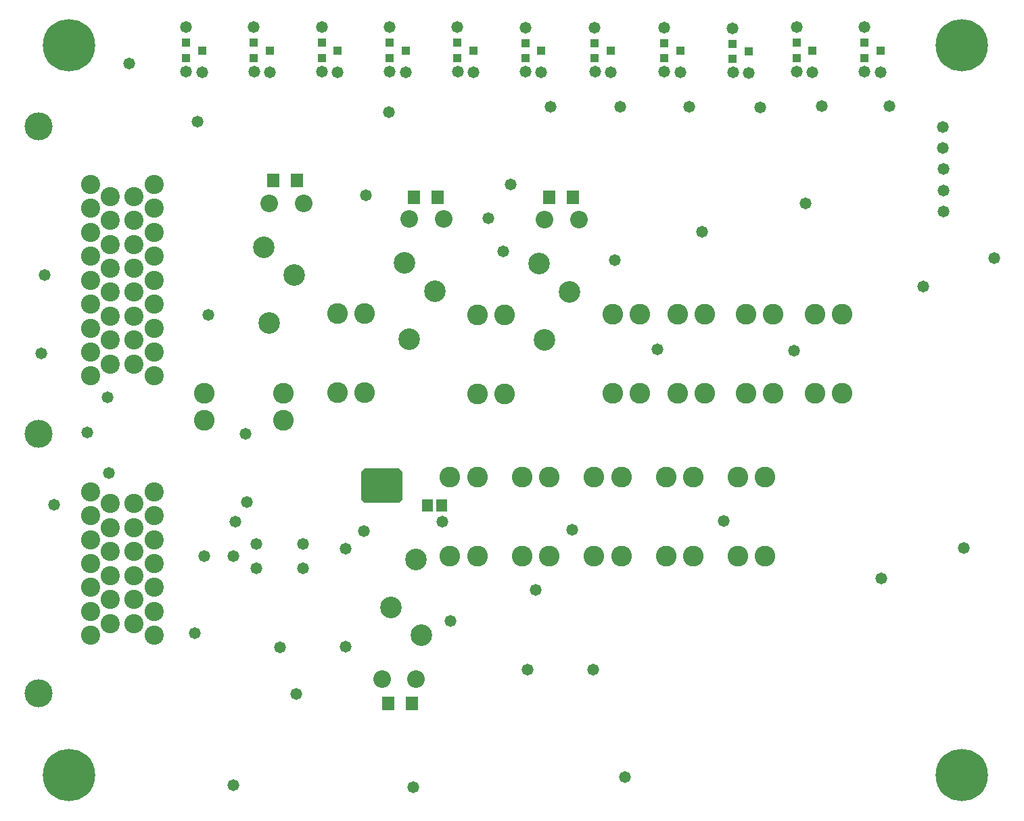
<source format=gbr>
%TF.GenerationSoftware,Altium Limited,Altium Designer,19.1.8 (144)*%
G04 Layer_Color=16711935*
%FSLAX26Y26*%
%MOIN*%
%TF.FileFunction,Soldermask,Bot*%
%TF.Part,Single*%
G01*
G75*
%TA.AperFunction,SMDPad,CuDef*%
%ADD39R,0.053276X0.061150*%
%ADD40R,0.061150X0.065087*%
%ADD41R,0.043433X0.039496*%
%TA.AperFunction,ComponentPad*%
%ADD42C,0.102488*%
%ADD43C,0.094614*%
%ADD44C,0.137921*%
%TA.AperFunction,ViaPad*%
%ADD45C,0.258000*%
%TA.AperFunction,ComponentPad*%
%ADD46C,0.106425*%
%ADD47C,0.086740*%
%TA.AperFunction,ViaPad*%
%ADD48C,0.058000*%
%ADD49C,0.038000*%
G36*
X1944000Y1798000D02*
X1944000Y1660590D01*
X1928410Y1645000D01*
X1759000Y1645000D01*
X1742000Y1662000D01*
X1742000Y1798000D01*
X1758000Y1814000D01*
X1928000D01*
X1944000Y1798000D01*
D02*
G37*
D39*
X2068567Y1631000D02*
D03*
X2137465D02*
D03*
D40*
X2785071Y3152000D02*
D03*
X2668929D02*
D03*
X1990071Y656000D02*
D03*
X1873929D02*
D03*
X2001929Y3150000D02*
D03*
X2118071D02*
D03*
X1307205Y3235000D02*
D03*
X1423347D02*
D03*
D41*
X1291063Y3875725D02*
D03*
X1212323Y3913127D02*
D03*
Y3838324D02*
D03*
X956772Y3875725D02*
D03*
X878032Y3913127D02*
D03*
Y3838324D02*
D03*
X1625353Y3875725D02*
D03*
X1546613Y3913127D02*
D03*
Y3838324D02*
D03*
X2628465Y3874724D02*
D03*
X2549724Y3912125D02*
D03*
Y3837322D02*
D03*
X3650465Y3871551D02*
D03*
X3571724Y3908953D02*
D03*
Y3834150D02*
D03*
X2970465Y3874724D02*
D03*
X2891724Y3912126D02*
D03*
Y3837323D02*
D03*
X2293935Y3875725D02*
D03*
X2215194Y3913127D02*
D03*
Y3838324D02*
D03*
X1959644Y3875725D02*
D03*
X1880904Y3913127D02*
D03*
Y3838324D02*
D03*
X4299678Y3875725D02*
D03*
X4220938Y3913127D02*
D03*
Y3838324D02*
D03*
X3965388Y3875725D02*
D03*
X3886647Y3913127D02*
D03*
Y3838324D02*
D03*
X3313097Y3874899D02*
D03*
X3234357Y3912300D02*
D03*
Y3837497D02*
D03*
D42*
X1357276Y2052071D02*
D03*
X966724D02*
D03*
X1357276Y2185929D02*
D03*
X966724D02*
D03*
X1624843Y2186206D02*
D03*
Y2576757D02*
D03*
X1758701Y2186206D02*
D03*
Y2576757D02*
D03*
X2313490Y2181724D02*
D03*
Y2572276D02*
D03*
X2447348Y2181724D02*
D03*
Y2572276D02*
D03*
X2979165Y2183724D02*
D03*
Y2574276D02*
D03*
X3113023Y2183724D02*
D03*
Y2574276D02*
D03*
X3299361Y2184449D02*
D03*
Y2575000D02*
D03*
X3433220Y2184449D02*
D03*
Y2575000D02*
D03*
X3638246Y2184724D02*
D03*
Y2575276D02*
D03*
X3772104Y2184724D02*
D03*
Y2575276D02*
D03*
X3978379Y2184898D02*
D03*
Y2575450D02*
D03*
X4112237Y2184898D02*
D03*
Y2575450D02*
D03*
X3731237Y1771450D02*
D03*
Y1380898D02*
D03*
X3597378Y1771450D02*
D03*
Y1380898D02*
D03*
X3376886Y1771000D02*
D03*
Y1380449D02*
D03*
X3243028Y1771000D02*
D03*
Y1380449D02*
D03*
X3022570Y1771450D02*
D03*
Y1380898D02*
D03*
X2888712Y1771450D02*
D03*
Y1380898D02*
D03*
X2667701Y1771757D02*
D03*
Y1381206D02*
D03*
X2533843Y1771757D02*
D03*
Y1381206D02*
D03*
X2312929Y1771456D02*
D03*
Y1380905D02*
D03*
X2179071Y1771456D02*
D03*
Y1380905D02*
D03*
D43*
X720866Y2269685D02*
D03*
Y2387795D02*
D03*
Y2505905D02*
D03*
Y2624016D02*
D03*
Y2742126D02*
D03*
Y2860236D02*
D03*
Y2978347D02*
D03*
Y3096457D02*
D03*
Y3214567D02*
D03*
X622441Y2328740D02*
D03*
Y2446850D02*
D03*
Y2564961D02*
D03*
Y2683071D02*
D03*
Y2801181D02*
D03*
Y2919291D02*
D03*
Y3037402D02*
D03*
Y3155512D02*
D03*
X504331Y2328740D02*
D03*
Y2446850D02*
D03*
Y2564961D02*
D03*
Y2683071D02*
D03*
Y2801181D02*
D03*
Y2919291D02*
D03*
Y3037402D02*
D03*
Y3155512D02*
D03*
X405906Y2269685D02*
D03*
Y2387795D02*
D03*
Y2505905D02*
D03*
Y2624016D02*
D03*
Y2742126D02*
D03*
Y2860236D02*
D03*
Y2978347D02*
D03*
Y3096457D02*
D03*
Y3214567D02*
D03*
Y1698819D02*
D03*
Y1580709D02*
D03*
Y1462599D02*
D03*
Y1344488D02*
D03*
Y1226378D02*
D03*
Y1108268D02*
D03*
Y990158D02*
D03*
X504331Y1639764D02*
D03*
Y1521654D02*
D03*
Y1403543D02*
D03*
Y1285433D02*
D03*
Y1167323D02*
D03*
Y1049213D02*
D03*
X622441Y1639764D02*
D03*
Y1521654D02*
D03*
Y1403543D02*
D03*
Y1285433D02*
D03*
Y1167323D02*
D03*
Y1049213D02*
D03*
X720866Y1698819D02*
D03*
Y1580709D02*
D03*
Y1462599D02*
D03*
Y1344488D02*
D03*
Y1226378D02*
D03*
Y1108268D02*
D03*
Y990158D02*
D03*
D44*
X150000Y704724D02*
D03*
Y1984252D02*
D03*
Y3500000D02*
D03*
D45*
X4700000Y300000D02*
D03*
Y3900000D02*
D03*
X300000D02*
D03*
Y300000D02*
D03*
D46*
X2644656Y2449512D02*
D03*
X2619065Y2823528D02*
D03*
X2768671Y2685732D02*
D03*
X1979001Y2452449D02*
D03*
X1953410Y2826465D02*
D03*
X2103016Y2688670D02*
D03*
X1287000Y2531449D02*
D03*
X1261409Y2905465D02*
D03*
X1411016Y2767669D02*
D03*
X2011929Y1364551D02*
D03*
X2037520Y990535D02*
D03*
X1887913Y1128331D02*
D03*
D47*
X2813947Y3040063D02*
D03*
X2644656D02*
D03*
X2148292Y3043001D02*
D03*
X1979001D02*
D03*
X1456291Y3122000D02*
D03*
X1287000D02*
D03*
X1842638Y774000D02*
D03*
X2011929D02*
D03*
D48*
X499000Y1791000D02*
D03*
X1663000Y1418000D02*
D03*
X1664000Y935000D02*
D03*
X4609000Y3395000D02*
D03*
X4609000Y3497586D02*
D03*
X3706054Y3595826D02*
D03*
X2674054Y3598998D02*
D03*
X2293935Y3768482D02*
D03*
X2140000Y1551000D02*
D03*
X1122000D02*
D03*
X1224000Y1440000D02*
D03*
X1178000Y1647000D02*
D03*
X1754000Y1506000D02*
D03*
X1454000Y1322000D02*
D03*
X1224000D02*
D03*
X1454000Y1440000D02*
D03*
X1110000Y1381206D02*
D03*
X1876294Y3570439D02*
D03*
X1763000Y3160000D02*
D03*
X934000Y3524000D02*
D03*
X3528000Y1553000D02*
D03*
X2367000Y3048000D02*
D03*
X2476217Y3214567D02*
D03*
X164695Y2380000D02*
D03*
X180000Y2769010D02*
D03*
X4344456Y3600000D02*
D03*
X597000Y3810000D02*
D03*
X4860000Y2850000D02*
D03*
X227000Y1634278D02*
D03*
X490000Y2162952D02*
D03*
X390000Y1990000D02*
D03*
X3873000Y2396000D02*
D03*
X3202201Y2400000D02*
D03*
X2780726Y1510000D02*
D03*
X4710000Y1420000D02*
D03*
X4510000Y2710000D02*
D03*
X3930000Y3120000D02*
D03*
X3420000Y2980000D02*
D03*
X2990000Y2840465D02*
D03*
X2440000Y2884821D02*
D03*
X1170000Y1984252D02*
D03*
X986000Y2570000D02*
D03*
X969000Y1381206D02*
D03*
X920000Y1000000D02*
D03*
X1340000Y930000D02*
D03*
X2180000Y1060000D02*
D03*
X1420000Y700000D02*
D03*
X2601000Y1215000D02*
D03*
X2560000Y822000D02*
D03*
X2883776Y820000D02*
D03*
X4304000Y1270000D02*
D03*
X3040000Y290000D02*
D03*
X1995969Y240000D02*
D03*
X1110000Y250000D02*
D03*
X3965388Y3768482D02*
D03*
X1959644D02*
D03*
X1625353D02*
D03*
X1881888Y3770726D02*
D03*
X4610000Y3080000D02*
D03*
Y3185000D02*
D03*
Y3290000D02*
D03*
X4010977Y3600000D02*
D03*
X3358686Y3599173D02*
D03*
X2628465Y3767480D02*
D03*
X3016054Y3598999D02*
D03*
X1291063Y3768482D02*
D03*
X1212323Y3989740D02*
D03*
X1213307Y3770726D02*
D03*
X1546613Y3989740D02*
D03*
X1547597Y3770726D02*
D03*
X3313097Y3767655D02*
D03*
X3234357Y3988913D02*
D03*
X3235341Y3769899D02*
D03*
X3886647Y3989740D02*
D03*
X3887632Y3770726D02*
D03*
X4299678Y3768482D02*
D03*
X4220938Y3989740D02*
D03*
X4221922Y3770726D02*
D03*
X1880904Y3989740D02*
D03*
X2215194D02*
D03*
X2216179Y3770726D02*
D03*
X2970465Y3767481D02*
D03*
X2891724Y3988739D02*
D03*
X2892709Y3769725D02*
D03*
X3650465Y3764308D02*
D03*
X3571724Y3985566D02*
D03*
X3572709Y3766552D02*
D03*
X2549724Y3988739D02*
D03*
X2550709Y3769724D02*
D03*
X956772Y3768482D02*
D03*
X878032Y3989740D02*
D03*
X879016Y3770726D02*
D03*
D49*
X1766000Y1749500D02*
D03*
Y1789750D02*
D03*
X1804000Y1749500D02*
D03*
Y1789750D02*
D03*
X1842000Y1749500D02*
D03*
Y1709250D02*
D03*
Y1669000D02*
D03*
X1766000Y1709250D02*
D03*
X1804000Y1669000D02*
D03*
X1766000D02*
D03*
X1919000D02*
D03*
Y1749500D02*
D03*
Y1789750D02*
D03*
Y1709250D02*
D03*
X1880000D02*
D03*
Y1749500D02*
D03*
Y1789750D02*
D03*
X1842000D02*
D03*
X1804000Y1709250D02*
D03*
X1880000Y1669000D02*
D03*
%TF.MD5,ef2d267b35cf921c1738bc1ff282a35a*%
M02*

</source>
